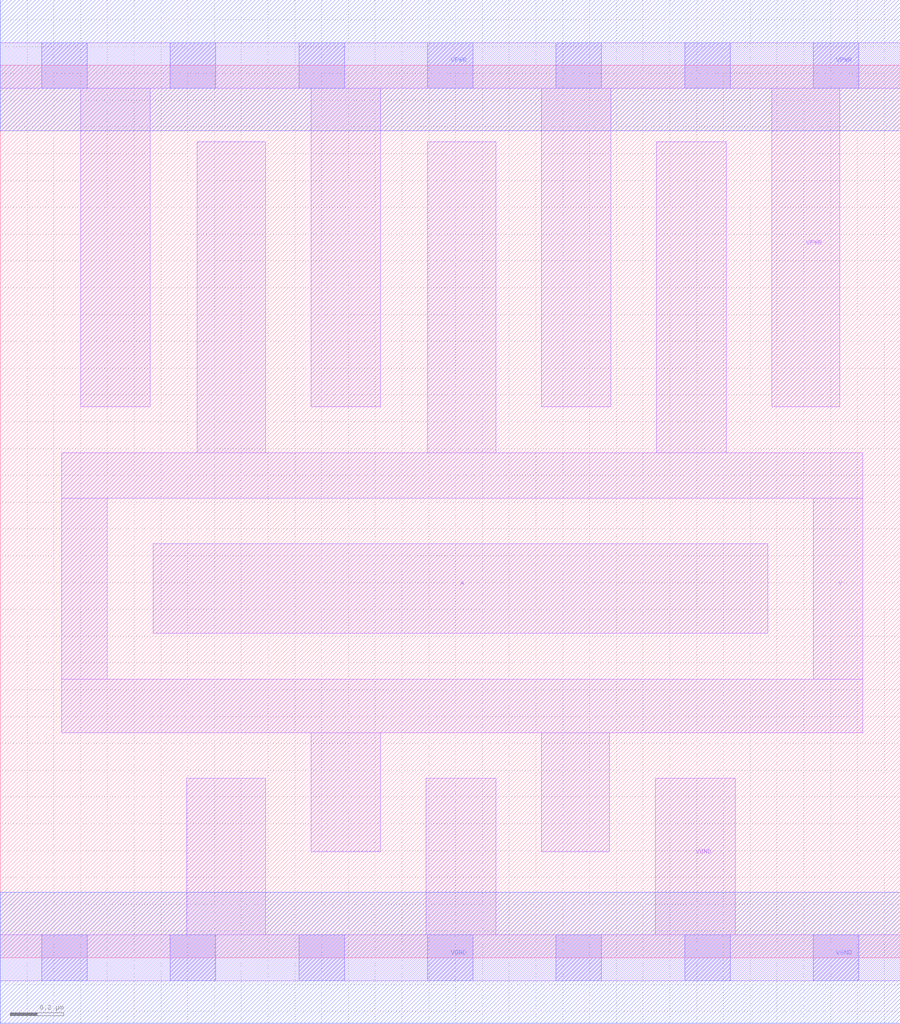
<source format=lef>
# Copyright 2020 The SkyWater PDK Authors
#
# Licensed under the Apache License, Version 2.0 (the "License");
# you may not use this file except in compliance with the License.
# You may obtain a copy of the License at
#
#     https://www.apache.org/licenses/LICENSE-2.0
#
# Unless required by applicable law or agreed to in writing, software
# distributed under the License is distributed on an "AS IS" BASIS,
# WITHOUT WARRANTIES OR CONDITIONS OF ANY KIND, either express or implied.
# See the License for the specific language governing permissions and
# limitations under the License.
#
# SPDX-License-Identifier: Apache-2.0

VERSION 5.7 ;
  NAMESCASESENSITIVE ON ;
  NOWIREEXTENSIONATPIN ON ;
  DIVIDERCHAR "/" ;
  BUSBITCHARS "[]" ;
UNITS
  DATABASE MICRONS 200 ;
END UNITS
MACRO sky130_fd_sc_lp__clkinv_4
  CLASS CORE ;
  SOURCE USER ;
  FOREIGN sky130_fd_sc_lp__clkinv_4 ;
  ORIGIN  0.000000  0.000000 ;
  SIZE  3.360000 BY  3.330000 ;
  SYMMETRY X Y R90 ;
  SITE unit ;
  PIN A
    ANTENNAGATEAREA  1.386000 ;
    DIRECTION INPUT ;
    USE SIGNAL ;
    PORT
      LAYER li1 ;
        RECT 0.570000 1.210000 2.865000 1.545000 ;
    END
  END A
  PIN Y
    ANTENNADIFFAREA  1.293600 ;
    DIRECTION OUTPUT ;
    USE SIGNAL ;
    PORT
      LAYER li1 ;
        RECT 0.230000 0.840000 3.220000 1.040000 ;
        RECT 0.230000 1.040000 0.400000 1.715000 ;
        RECT 0.230000 1.715000 3.220000 1.885000 ;
        RECT 0.735000 1.885000 0.990000 3.045000 ;
        RECT 1.160000 0.395000 1.420000 0.840000 ;
        RECT 1.595000 1.885000 1.850000 3.045000 ;
        RECT 2.020000 0.395000 2.275000 0.840000 ;
        RECT 2.450000 1.885000 2.710000 3.045000 ;
        RECT 3.035000 1.040000 3.220000 1.715000 ;
    END
  END Y
  PIN VGND
    DIRECTION INOUT ;
    USE GROUND ;
    PORT
      LAYER li1 ;
        RECT 0.000000 -0.085000 3.360000 0.085000 ;
        RECT 0.695000  0.085000 0.990000 0.670000 ;
        RECT 1.590000  0.085000 1.850000 0.670000 ;
        RECT 2.445000  0.085000 2.745000 0.670000 ;
      LAYER mcon ;
        RECT 0.155000 -0.085000 0.325000 0.085000 ;
        RECT 0.635000 -0.085000 0.805000 0.085000 ;
        RECT 1.115000 -0.085000 1.285000 0.085000 ;
        RECT 1.595000 -0.085000 1.765000 0.085000 ;
        RECT 2.075000 -0.085000 2.245000 0.085000 ;
        RECT 2.555000 -0.085000 2.725000 0.085000 ;
        RECT 3.035000 -0.085000 3.205000 0.085000 ;
      LAYER met1 ;
        RECT 0.000000 -0.245000 3.360000 0.245000 ;
    END
  END VGND
  PIN VPWR
    DIRECTION INOUT ;
    USE POWER ;
    PORT
      LAYER li1 ;
        RECT 0.000000 3.245000 3.360000 3.415000 ;
        RECT 0.300000 2.055000 0.560000 3.245000 ;
        RECT 1.160000 2.055000 1.420000 3.245000 ;
        RECT 2.020000 2.055000 2.280000 3.245000 ;
        RECT 2.880000 2.055000 3.135000 3.245000 ;
      LAYER mcon ;
        RECT 0.155000 3.245000 0.325000 3.415000 ;
        RECT 0.635000 3.245000 0.805000 3.415000 ;
        RECT 1.115000 3.245000 1.285000 3.415000 ;
        RECT 1.595000 3.245000 1.765000 3.415000 ;
        RECT 2.075000 3.245000 2.245000 3.415000 ;
        RECT 2.555000 3.245000 2.725000 3.415000 ;
        RECT 3.035000 3.245000 3.205000 3.415000 ;
      LAYER met1 ;
        RECT 0.000000 3.085000 3.360000 3.575000 ;
    END
  END VPWR
END sky130_fd_sc_lp__clkinv_4

</source>
